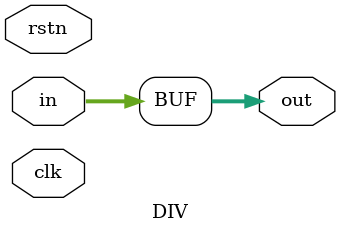
<source format=v>
module DIV ( rstn, clk, in, out );

input clk;
input rstn;
input [32:0]in;

output [32:0] out;
reg [14:0]out1,out2,out3;


assign out = in;


/*
	always@(posedge clk or negedge rstn)
	begin
		if(rstn== 1'b0)
			[12:0] out1 = 13'd0;
		else
			2'd0 +[10:0]out1 = in>>2;  
	end
always@(posedge clk or negedge rstn)
		if(rstn== 1'b0)
			[12:0] out2 = 13'd0;
		else
			3'd0+[9:0]out2 = in>>3;  
always@(posedge clk or negedge rstn)
	begin
		if(rstn== 1'b0)
			[12:0] out3 = 13'd0;
		else
			5'd0+[7:0]out3 = in>>5;  
	end		
always@(posedge clk or negedge rstn)
	begin
		if(rstn== 1'b0)
			[12:0] out = 13'd0;
		else
		[12:0]	out= {2'd0 +[10:0]out1}+{3'd0+[9:0]out2}+5'd0+[7:0]out3;
	end

*/		
endmodule

</source>
